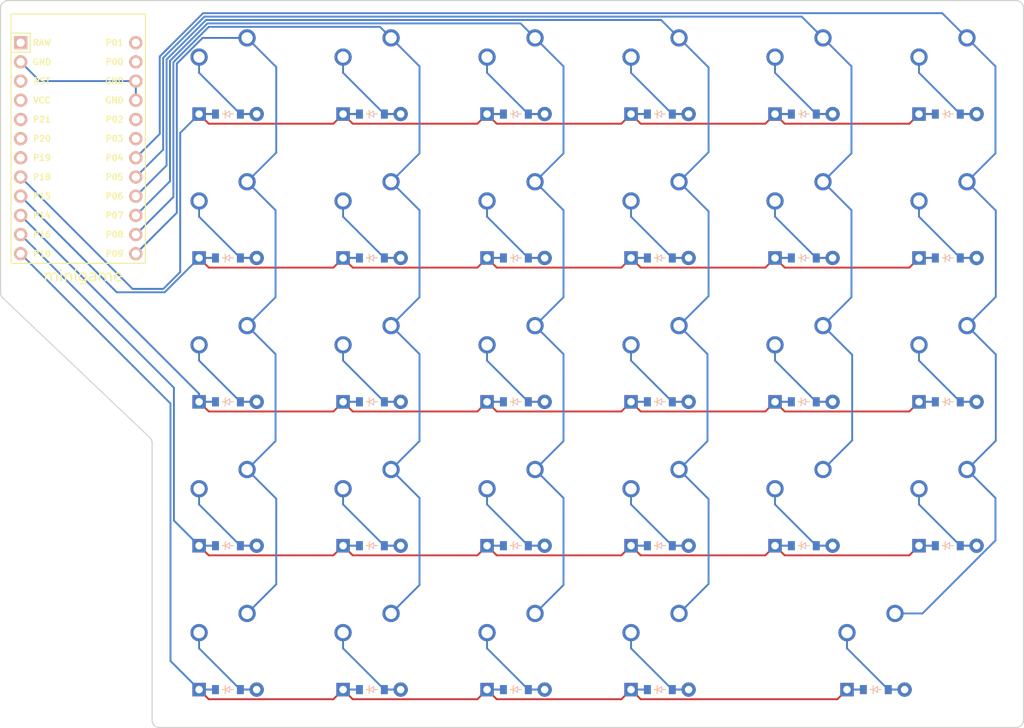
<source format=kicad_pcb>
(kicad_pcb (version 20241229) (generator "pcbnew") (generator_version "9.0")
  (title_block (title "keyboard") (rev "v1.0.0") (company "Unknown"))
  (layers (0 "F.Cu" signal) (2 "B.Cu" signal) (13 "F.Paste" user) (15 "B.Paste" user) (5 "F.SilkS" user "F.Silkscreen") (7 "B.SilkS" user "B.Silkscreen") (1 "F.Mask" user) (3 "B.Mask" user) (25 "Edge.Cuts" user))
  (net 0 "")
  (net 1 "P9")
  (net 2 "outer_mod")
  (net 3 "outer_bottom")
  (net 4 "outer_home")
  (net 5 "outer_top")
  (net 6 "outer_num")
  (net 7 "P8")
  (net 8 "pinky_mod")
  (net 9 "pinky_bottom")
  (net 10 "pinky_home")
  (net 11 "pinky_top")
  (net 12 "pinky_num")
  (net 13 "P7")
  (net 14 "ring_mod")
  (net 15 "ring_bottom")
  (net 16 "ring_home")
  (net 17 "ring_top")
  (net 18 "ring_num")
  (net 19 "P6")
  (net 20 "middle_mod")
  (net 21 "middle_bottom")
  (net 22 "middle_home")
  (net 23 "middle_top")
  (net 24 "middle_num")
  (net 25 "P5")
  (net 26 "index_bottom")
  (net 27 "index_home")
  (net 28 "index_top")
  (net 29 "index_num")
  (net 30 "P4")
  (net 31 "inner_mod")
  (net 32 "inner_bottom")
  (net 33 "inner_home")
  (net 34 "inner_top")
  (net 35 "inner_num")
  (net 36 "P10")
  (net 37 "P16")
  (net 38 "P14")
  (net 39 "P15")
  (net 40 "P18")
  (net 41 "RAW")
  (net 42 "GND")
  (net 43 "RST")
  (net 44 "VCC")
  (net 45 "P21")
  (net 46 "P20")
  (net 47 "P19")
  (net 48 "P1")
  (net 49 "P0")
  (net 50 "P2")
  (net 51 "P3")
  (footprint "ComboDiode" (layer "F.Cu") (at 245.25 78.8)
    (property "Reference" "D29" (hide yes))
    (property "Value" "" (hide yes))
  )
  (footprint "ComboDiode" (layer "F.Cu") (at 245.25 135.95)
    (property "Reference" "D26" (hide yes))
    (property "Value" "" (hide yes))
  )
  (footprint "MX" (layer "F.Cu") (at 150 111.9)
    (property "Reference" "S3" (hide yes))
    (property "Value" "" (hide yes))
  )
  (footprint "MX" (layer "F.Cu") (at 235.725 150)
    (property "Reference" "S25" (hide yes))
    (property "Value" "" (hide yes))
  )
  (footprint "MX" (layer "F.Cu") (at 150 92.85)
    (property "Reference" "S4" (hide yes))
    (property "Value" "" (hide yes))
  )
  (footprint "MX" (layer "F.Cu") (at 207.15 73.8)
    (property "Reference" "S20" (hide yes))
    (property "Value" "" (hide yes))
  )
  (footprint "MX" (layer "F.Cu") (at 207.15 150)
    (property "Reference" "S16" (hide yes))
    (property "Value" "" (hide yes))
  )
  (footprint "ComboDiode" (layer "F.Cu") (at 207.15 155)
    (property "Reference" "D16" (hide yes))
    (property "Value" "" (hide yes))
  )
  (footprint "MX" (layer "F.Cu") (at 226.2 111.9)
    (property "Reference" "S22" (hide yes))
    (property "Value" "" (hide yes))
  )
  (footprint "ComboDiode" (layer "F.Cu") (at 188.1 155)
    (property "Reference" "D11" (hide yes))
    (property "Value" "" (hide yes))
  )
  (footprint "ComboDiode" (layer "F.Cu") (at 150 135.95)
    (property "Reference" "D2" (hide yes))
    (property "Value" "" (hide yes))
  )
  (footprint "ComboDiode" (layer "F.Cu") (at 169.05 135.95)
    (property "Reference" "D7" (hide yes))
    (property "Value" "" (hide yes))
  )
  (footprint "MX" (layer "F.Cu") (at 226.2 73.8)
    (property "Reference" "S24" (hide yes))
    (property "Value" "" (hide yes))
  )
  (footprint "MX" (layer "F.Cu") (at 207.15 111.9)
    (property "Reference" "S18" (hide yes))
    (property "Value" "" (hide yes))
  )
  (footprint "ComboDiode" (layer "F.Cu") (at 207.15 116.9)
    (property "Reference" "D18" (hide yes))
    (property "Value" "" (hide yes))
  )
  (footprint "MX" (layer "F.Cu") (at 169.05 73.8)
    (property "Reference" "S10" (hide yes))
    (property "Value" "" (hide yes))
  )
  (footprint "MX" (layer "F.Cu") (at 169.05 130.95)
    (property "Reference" "S7" (hide yes))
    (property "Value" "" (hide yes))
  )
  (footprint "ComboDiode" (layer "F.Cu") (at 226.2 135.95)
    (property "Reference" "D21" (hide yes))
    (property "Value" "" (hide yes))
  )
  (footprint "ComboDiode" (layer "F.Cu") (at 150 78.8)
    (property "Reference" "D5" (hide yes))
    (property "Value" "" (hide yes))
  )
  (footprint "ComboDiode" (layer "F.Cu") (at 169.05 78.8)
    (property "Reference" "D10" (hide yes))
    (property "Value" "" (hide yes))
  )
  (footprint "MX" (layer "F.Cu") (at 150 130.95)
    (property "Reference" "S2" (hide yes))
    (property "Value" "" (hide yes))
  )
  (footprint "ComboDiode" (layer "F.Cu") (at 245.25 116.9)
    (property "Reference" "D27" (hide yes))
    (property "Value" "" (hide yes))
  )
  (footprint "MX" (layer "F.Cu") (at 188.1 111.9)
    (property "Reference" "S13" (hide yes))
    (property "Value" "" (hide yes))
  )
  (footprint "MX" (layer "F.Cu") (at 207.15 130.95)
    (property "Reference" "S17" (hide yes))
    (property "Value" "" (hide yes))
  )
  (footprint "ComboDiode" (layer "F.Cu") (at 188.1 116.9)
    (property "Reference" "D13" (hide yes))
    (property "Value" "" (hide yes))
  )
  (footprint "MX" (layer "F.Cu") (at 150 150)
    (property "Reference" "S1" (hide yes))
    (property "Value" "" (hide yes))
  )
  (footprint "MX" (layer "F.Cu") (at 150 73.8)
    (property "Reference" "S5" (hide yes))
    (property "Value" "" (hide yes))
  )
  (footprint "MX" (layer "F.Cu") (at 245.25 111.9)
    (property "Reference" "S27" (hide yes))
    (property "Value" "" (hide yes))
  )
  (footprint "ComboDiode" (layer "F.Cu") (at 207.15 135.95)
    (property "Reference" "D17" (hide yes))
    (property "Value" "" (hide yes))
  )
  (footprint "MX" (layer "F.Cu") (at 226.2 92.85)
    (property "Reference" "S23" (hide yes))
    (property "Value" "" (hide yes))
  )
  (footprint "MX" (layer "F.Cu") (at 245.25 92.85)
    (property "Reference" "S28" (hide yes))
    (property "Value" "" (hide yes))
  )
  (footprint "MX" (layer "F.Cu") (at 169.05 92.85)
    (property "Reference" "S9" (hide yes))
    (property "Value" "" (hide yes))
  )
  (footprint "MX" (layer "F.Cu") (at 169.05 111.9)
    (property "Reference" "S8" (hide yes))
    (property "Value" "" (hide yes))
  )
  (footprint "ComboDiode" (layer "F.Cu") (at 207.15 78.8)
    (property "Reference" "D20" (hide yes))
    (property "Value" "" (hide yes))
  )
  (footprint "MX" (layer "F.Cu") (at 245.25 73.8)
    (property "Reference" "S29" (hide yes))
    (property "Value" "" (hide yes))
  )
  (footprint "ComboDiode" (layer "F.Cu") (at 169.05 155)
    (property "Reference" "D6" (hide yes))
    (property "Value" "" (hide yes))
  )
  (footprint "ProMicro" (layer "F.Cu") (at 130.2 83.325 -90)
    (property "Reference" "MCU1" (hide yes))
    (property "Value" "" (hide yes))
  )
  (footprint "MX" (layer "F.Cu") (at 188.1 150)
    (property "Reference" "S11" (hide yes))
    (property "Value" "" (hide yes))
  )
  (footprint "ComboDiode" (layer "F.Cu") (at 150 97.85)
    (property "Reference" "D4" (hide yes))
    (property "Value" "" (hide yes))
  )
  (footprint "ComboDiode" (layer "F.Cu") (at 188.1 97.85)
    (property "Reference" "D14" (hide yes))
    (property "Value" "" (hide yes))
  )
  (footprint "ComboDiode" (layer "F.Cu") (at 245.25 97.85)
    (property "Reference" "D28" (hide yes))
    (property "Value" "" (hide yes))
  )
  (footprint "ComboDiode" (layer "F.Cu") (at 207.15 97.85)
    (property "Reference" "D19" (hide yes))
    (property "Value" "" (hide yes))
  )
  (footprint "ComboDiode" (layer "F.Cu") (at 188.1 135.95)
    (property "Reference" "D12" (hide yes))
    (property "Value" "" (hide yes))
  )
  (footprint "ComboDiode" (layer "F.Cu") (at 169.05 97.85)
    (property "Reference" "D9" (hide yes))
    (property "Value" "" (hide yes))
  )
  (footprint "ComboDiode" (layer "F.Cu") (at 150 116.9)
    (property "Reference" "D3" (hide yes))
    (property "Value" "" (hide yes))
  )
  (footprint "MX" (layer "F.Cu") (at 169.05 150)
    (property "Reference" "S6" (hide yes))
    (property "Value" "" (hide yes))
  )
  (footprint "MX" (layer "F.Cu") (at 188.1 130.95)
    (property "Reference" "S12" (hide yes))
    (property "Value" "" (hide yes))
  )
  (footprint "ComboDiode" (layer "F.Cu") (at 226.2 116.9)
    (property "Reference" "D22" (hide yes))
    (property "Value" "" (hide yes))
  )
  (footprint "ComboDiode" (layer "F.Cu") (at 169.05 116.9)
    (property "Reference" "D8" (hide yes))
    (property "Value" "" (hide yes))
  )
  (footprint "ComboDiode" (layer "F.Cu") (at 226.2 97.85)
    (property "Reference" "D23" (hide yes))
    (property "Value" "" (hide yes))
  )
  (footprint "MX" (layer "F.Cu") (at 188.1 73.8)
    (property "Reference" "S15" (hide yes))
    (property "Value" "" (hide yes))
  )
  (footprint "MX" (layer "F.Cu") (at 188.1 92.85)
    (property "Reference" "S14" (hide yes))
    (property "Value" "" (hide yes))
  )
  (footprint "MX" (layer "F.Cu") (at 226.2 130.95)
    (property "Reference" "S21" (hide yes))
    (property "Value" "" (hide yes))
  )
  (footprint "ComboDiode" (layer "F.Cu") (at 188.1 78.8)
    (property "Reference" "D15" (hide yes))
    (property "Value" "" (hide yes))
  )
  (footprint "ComboDiode" (layer "F.Cu") (at 150 155)
    (property "Reference" "D1" (hide yes))
    (property "Value" "" (hide yes))
  )
  (footprint "MX" (layer "F.Cu") (at 245.25 130.95)
    (property "Reference" "S26" (hide yes))
    (property "Value" "" (hide yes))
  )
  (footprint "ComboDiode" (layer "F.Cu") (at 226.2 78.8)
    (property "Reference" "D24" (hide yes))
    (property "Value" "" (hide yes))
  )
  (footprint "MX" (layer "F.Cu") (at 207.15 92.85)
    (property "Reference" "S19" (hide yes))
    (property "Value" "" (hide yes))
  )
  (footprint "ComboDiode" (layer "F.Cu") (at 235.725 155)
    (property "Reference" "D25" (hide yes))
    (property "Value" "" (hide yes))
  )
  (gr_line (start 255.275 159.025) (end 255.275 64.775) (stroke (width 0.15)) (layer "Edge.Cuts"))
  (gr_line (start 140.975 160.025) (end 254.275 160.025) (stroke (width 0.15)) (layer "Edge.Cuts"))
  (gr_arc (start 119.925 64.775) (mid 120.217893 64.067893) (end 120.925 63.775) (stroke (width 0.15)) (layer "Edge.Cuts"))
  (gr_line (start 139.975 159.025) (end 139.975 122.354273) (stroke (width 0.15)) (layer "Edge.Cuts"))
  (gr_arc (start 139.663797 121.629319) (mid 139.893911 121.95981) (end 139.975 122.354273) (stroke (width 0.15)) (layer "Edge.Cuts"))
  (gr_line (start 119.925 64.775) (end 119.925 102.445727) (stroke (width 0.15)) (layer "Edge.Cuts"))
  (gr_arc (start 140.975 160.025) (mid 140.267893 159.732107) (end 139.975 159.025) (stroke (width 0.15)) (layer "Edge.Cuts"))
  (gr_arc (start 255.275 159.025) (mid 254.982107 159.732107) (end 254.275 160.025) (stroke (width 0.15)) (layer "Edge.Cuts"))
  (gr_line (start 120.236203 103.170682) (end 139.663797 121.629318) (stroke (width 0.15)) (layer "Edge.Cuts"))
  (gr_line (start 120.925 63.775) (end 254.275 63.775) (stroke (width 0.15)) (layer "Edge.Cuts"))
  (gr_arc (start 120.236203 103.170681) (mid 120.006089 102.84019) (end 119.925 102.445727) (stroke (width 0.15)) (layer "Edge.Cuts"))
  (gr_arc (start 254.275 63.775) (mid 254.982107 64.067893) (end 255.275 64.775) (stroke (width 0.15)) (layer "Edge.Cuts"))
  (gr_text "minigame" (at 125.6 101.2 0) (layer "F.SilkS") (effects (font (size 1.5 1.5) (thickness 0.1875)) (justify left bottom)))
  (segment (start 156.4 72.58) (end 156.4 83.91) (width 0.25) (layer "B.Cu") (net 1))
  (segment (start 143.2421 72.13042) (end 143.2421 91.8729) (width 0.25) (layer "B.Cu") (net 1))
  (segment (start 143.2421 91.8729) (end 137.82 97.295) (width 0.25) (layer "B.Cu") (net 1))
  (segment (start 156.4 83.91) (end 152.54 87.77) (width 0.25) (layer "B.Cu") (net 1))
  (segment (start 156.3069 91.5369) (end 156.3069 103.0531) (width 0.25) (layer "B.Cu") (net 1))
  (segment (start 152.54 106.82) (end 156.3069 110.5869) (width 0.25) (layer "B.Cu") (net 1))
  (segment (start 152.54 68.72) (end 156.4 72.58) (width 0.25) (layer "B.Cu") (net 1))
  (segment (start 146.65252 68.72) (end 143.2421 72.13042) (width 0.25) (layer "B.Cu") (net 1))
  (segment (start 152.54 68.72) (end 146.65252 68.72) (width 0.25) (layer "B.Cu") (net 1))
  (segment (start 156.3069 110.5869) (end 156.3069 122.1031) (width 0.25) (layer "B.Cu") (net 1))
  (segment (start 152.54 87.77) (end 156.3069 91.5369) (width 0.25) (layer "B.Cu") (net 1))
  (segment (start 156.3069 103.0531) (end 152.54 106.82) (width 0.25) (layer "B.Cu") (net 1))
  (segment (start 156.3069 122.1031) (end 152.54 125.87) (width 0.25) (layer "B.Cu") (net 1))
  (segment (start 156.4 141.06) (end 156.4 129.73) (width 0.25) (layer "B.Cu") (net 1))
  (segment (start 152.54 144.92) (end 156.4 141.06) (width 0.25) (layer "B.Cu") (net 1))
  (segment (start 156.4 129.73) (end 152.54 125.87) (width 0.25) (layer "B.Cu") (net 1))
  (segment (start 153.81 155) (end 151.65 155) (width 0.25) (layer "F.Cu") (net 2))
  (segment (start 146.19 149.54) (end 146.19 147.46) (width 0.25) (layer "B.Cu") (net 2))
  (segment (start 153.81 155) (end 151.65 155) (width 0.25) (layer "B.Cu") (net 2))
  (segment (start 151.65 155) (end 146.19 149.54) (width 0.25) (layer "B.Cu") (net 2))
  (segment (start 153.81 135.95) (end 151.65 135.95) (width 0.25) (layer "F.Cu") (net 3))
  (segment (start 153.81 135.95) (end 151.65 135.95) (width 0.25) (layer "B.Cu") (net 3))
  (segment (start 151.65 135.95) (end 146.19 130.49) (width 0.25) (layer "B.Cu") (net 3))
  (segment (start 146.19 130.49) (end 146.19 128.41) (width 0.25) (layer "B.Cu") (net 3))
  (segment (start 153.81 116.9) (end 151.65 116.9) (width 0.25) (layer "F.Cu") (net 4))
  (segment (start 151.65 116.9) (end 153.81 116.9) (width 0.25) (layer "B.Cu") (net 4))
  (segment (start 151.65 116.9) (end 146.19 111.44) (width 0.25) (layer "B.Cu") (net 4))
  (segment (start 146.19 111.44) (end 146.19 109.36) (width 0.25) (layer "B.Cu") (net 4))
  (segment (start 151.65 97.85) (end 153.81 97.85) (width 0.25) (layer "F.Cu") (net 5))
  (segment (start 151.65 97.85) (end 151.648455 97.85) (width 0.25) (layer "B.Cu") (net 5))
  (segment (start 153.81 97.85) (end 151.65 97.85) (width 0.25) (layer "B.Cu") (net 5))
  (segment (start 146.19 92.391545) (end 146.19 90.31) (width 0.25) (layer "B.Cu") (net 5))
  (segment (start 151.648455 97.85) (end 146.19 92.391545) (width 0.25) (layer "B.Cu") (net 5))
  (segment (start 151.65 78.8) (end 153.81 78.8) (width 0.25) (layer "F.Cu") (net 6))
  (segment (start 151.65 78.8) (end 146.19 73.34) (width 0.25) (layer "B.Cu") (net 6))
  (segment (start 146.19 73.34) (end 146.19 71.26) (width 0.25) (layer "B.Cu") (net 6))
  (segment (start 153.81 78.8) (end 151.65 78.8) (width 0.25) (layer "B.Cu") (net 6))
  (segment (start 171.59 68.72) (end 170.121 67.251) (width 0.25) (layer "B.Cu") (net 7))
  (segment (start 175.3569 84.0031) (end 175.3569 72.4869) (width 0.25) (layer "B.Cu") (net 7))
  (segment (start 175.3569 91.5369) (end 171.59 87.77) (width 0.25) (layer "B.Cu") (net 7))
  (segment (start 175.3569 72.4869) (end 171.59 68.72) (width 0.25) (layer "B.Cu") (net 7))
  (segment (start 175.3569 122.1031) (end 175.3569 110.5869) (width 0.25) (layer "B.Cu") (net 7))
  (segment (start 171.59 144.92) (end 175.3569 141.1531) (width 0.25) (layer "B.Cu") (net 7))
  (segment (start 170.121 67.251) (end 147.48371 67.251) (width 0.25) (layer "B.Cu") (net 7))
  (segment (start 175.3569 103.0531) (end 175.3569 91.5369) (width 0.25) (layer "B.Cu") (net 7))
  (segment (start 142.7911 71.94361) (end 142.7911 89.7839) (width 0.25) (layer "B.Cu") (net 7))
  (segment (start 175.3569 129.6369) (end 171.59 125.87) (width 0.25) (layer "B.Cu") (net 7))
  (segment (start 175.3569 141.1531) (end 175.3569 129.6369) (width 0.25) (layer "B.Cu") (net 7))
  (segment (start 171.59 125.87) (end 175.3569 122.1031) (width 0.25) (layer "B.Cu") (net 7))
  (segment (start 142.7911 89.7839) (end 137.82 94.755) (width 0.25) (layer "B.Cu") (net 7))
  (segment (start 171.59 106.82) (end 175.3569 103.0531) (width 0.25) (layer "B.Cu") (net 7))
  (segment (start 171.59 87.77) (end 175.3569 84.0031) (width 0.25) (layer "B.Cu") (net 7))
  (segment (start 175.3569 110.5869) (end 171.59 106.82) (width 0.25) (layer "B.Cu") (net 7))
  (segment (start 147.48371 67.251) (end 142.7911 71.94361) (width 0.25) (layer "B.Cu") (net 7))
  (segment (start 172.86 155) (end 170.7 155) (width 0.25) (layer "F.Cu") (net 8))
  (segment (start 170.7 155) (end 165.24 149.54) (width 0.25) (layer "B.Cu") (net 8))
  (segment (start 165.24 149.54) (end 165.24 147.46) (width 0.25) (layer "B.Cu") (net 8))
  (segment (start 170.7 155) (end 172.86 155) (width 0.25) (layer "B.Cu") (net 8))
  (segment (start 170.7 135.95) (end 172.86 135.95) (width 0.25) (layer "F.Cu") (net 9))
  (segment (start 172.86 135.95) (end 170.7 135.95) (width 0.25) (layer "B.Cu") (net 9))
  (segment (start 170.7 135.95) (end 165.24 130.49) (width 0.25) (layer "B.Cu") (net 9))
  (segment (start 165.24 130.49) (end 165.24 128.41) (width 0.25) (layer "B.Cu") (net 9))
  (segment (start 172.86 116.9) (end 170.7 116.9) (width 0.25) (layer "F.Cu") (net 10))
  (segment (start 170.7 116.9) (end 172.86 116.9) (width 0.25) (layer "B.Cu") (net 10))
  (segment (start 165.24 111.44) (end 165.24 109.36) (width 0.25) (layer "B.Cu") (net 10))
  (segment (start 170.7 116.9) (end 165.24 111.44) (width 0.25) (layer "B.Cu") (net 10))
  (segment (start 170.7 97.85) (end 172.86 97.85) (width 0.25) (layer "F.Cu") (net 11))
  (segment (start 165.24 92.39) (end 165.24 90.31) (width 0.25) (layer "B.Cu") (net 11))
  (segment (start 172.86 97.85) (end 170.7 97.85) (width 0.25) (layer "B.Cu") (net 11))
  (segment (start 170.7 97.85) (end 165.24 92.39) (width 0.25) (layer "B.Cu") (net 11))
  (segment (start 170.7 78.8) (end 172.86 78.8) (width 0.25) (layer "F.Cu") (net 12))
  (segment (start 170.7 78.8) (end 172.86 78.8) (width 0.25) (layer "B.Cu") (net 12))
  (segment (start 165.24 73.34) (end 165.24 71.26) (width 0.25) (layer "B.Cu") (net 12))
  (segment (start 170.7 78.8) (end 165.24 73.34) (width 0.25) (layer "B.Cu") (net 12))
  (segment (start 194.4069 122.1031) (end 194.4069 110.5869) (width 0.25) (layer "B.Cu") (net 13))
  (segment (start 190.64 125.87) (end 194.4069 122.1031) (width 0.25) (layer "B.Cu") (net 13))
  (segment (start 194.4069 141.1531) (end 194.4069 129.6369) (width 0.25) (layer "B.Cu") (net 13))
  (segment (start 142.3401 71.7568) (end 142.8 71.2969) (width 0.25) (layer "B.Cu") (net 13))
  (segment (start 137.82 92.215) (end 142.3401 87.6949) (width 0.25) (layer "B.Cu") (net 13))
  (segment (start 190.64 106.82) (end 194.4069 103.0531) (width 0.25) (layer "B.Cu") (net 13))
  (segment (start 190.64 68.72) (end 188.72 66.8) (width 0.25) (layer "B.Cu") (net 13))
  (segment (start 194.4069 129.6369) (end 190.64 125.87) (width 0.25) (layer "B.Cu") (net 13))
  (segment (start 190.64 144.92) (end 194.4069 141.1531) (width 0.25) (layer "B.Cu") (net 13))
  (segment (start 142.3401 87.6949) (end 142.3401 71.7568) (width 0.25) (layer "B.Cu") (net 13))
  (segment (start 194.4069 91.5369) (end 190.64 87.77) (width 0.25) (layer "B.Cu") (net 13))
  (segment (start 188.72 66.8) (end 147.2969 66.8) (width 0.25) (layer "B.Cu") (net 13))
  (segment (start 194.4069 110.5869) (end 190.64 106.82) (width 0.25) (layer "B.Cu") (net 13))
  (segment (start 194.4069 84.0031) (end 194.4069 72.4869) (width 0.25) (layer "B.Cu") (net 13))
  (segment (start 147.2969 66.8) (end 142.7911 71.3058) (width 0.25) (layer "B.Cu") (net 13))
  (segment (start 194.4069 72.4869) (end 190.64 68.72) (width 0.25) (layer "B.Cu") (net 13))
  (segment (start 194.4069 103.0531) (end 194.4069 91.5369) (width 0.25) (layer "B.Cu") (net 13))
  (segment (start 190.64 87.77) (end 194.4069 84.0031) (width 0.25) (layer "B.Cu") (net 13))
  (segment (start 191.91 155) (end 189.75 155) (width 0.25) (layer "F.Cu") (net 14))
  (segment (start 189.75 155) (end 184.29 149.54) (width 0.25) (layer "B.Cu") (net 14))
  (segment (start 184.29 149.54) (end 184.29 147.46) (width 0.25) (layer "B.Cu") (net 14))
  (segment (start 189.75 155) (end 191.91 155) (width 0.25) (layer "B.Cu") (net 14))
  (segment (start 191.91 135.95) (end 189.75 135.95) (width 0.25) (layer "F.Cu") (net 15))
  (segment (start 184.29 130.49) (end 184.29 128.41) (width 0.25) (layer "B.Cu") (net 15))
  (segment (start 191.91 135.95) (end 189.75 135.95) (width 0.25) (layer "B.Cu") (net 15))
  (segment (start 189.75 135.95) (end 184.29 130.49) (width 0.25) (layer "B.Cu") (net 15))
  (segment (start 191.91 116.9) (end 189.75 116.9) (width 0.25) (layer "F.Cu") (net 16))
  (segment (start 189.75 116.9) (end 184.29 111.44) (width 0.25) (layer "B.Cu") (net 16))
  (segment (start 184.29 111.44) (end 184.29 109.36) (width 0.25) (layer "B.Cu") (net 16))
  (segment (start 189.75 116.9) (end 191.91 116.9) (width 0.25) (layer "B.Cu") (net 16))
  (segment (start 189.75 97.85) (end 191.91 97.85) (width 0.25) (layer "F.Cu") (net 17))
  (segment (start 189.75 97.85) (end 189.748455 97.85) (width 0.25) (layer "B.Cu") (net 17))
  (segment (start 191.91 97.85) (end 189.75 97.85) (width 0.25) (layer "B.Cu") (net 17))
  (segment (start 189.748455 97.85) (end 184.29 92.391545) (width 0.25) (layer "B.Cu") (net 17))
  (segment (start 184.29 92.391545) (end 184.29 90.31) (width 0.25) (layer "B.Cu") (net 17))
  (segment (start 189.75 78.8) (end 191.91 78.8) (width 0.25) (layer "F.Cu") (net 18))
  (segment (start 189.75 78.8) (end 184.29 73.34) (width 0.25) (layer "B.Cu") (net 18))
  (segment (start 184.29 73.34) (end 184.29 71.26) (width 0.25) (layer "B.Cu") (net 18))
  (segment (start 189.75 78.8) (end 191.91 78.8) (width 0.25) (layer "B.Cu") (net 18))
  (segment (start 209.69 68.72) (end 213.6 72.63) (width 0.25) (layer "B.Cu") (net 19))
  (segment (start 213.6 91.68) (end 213.6 102.91) (width 0.25) (layer "B.Cu") (net 19))
  (segment (start 147.11009 66.349) (end 207.319 66.349) (width 0.25) (layer "B.Cu") (net 19))
  (segment (start 209.69 125.87) (end 213.6 129.78) (width 0.25) (layer "B.Cu") (net 19))
  (segment (start 213.6 83.86) (end 209.69 87.77) (width 0.25) (layer "B.Cu") (net 19))
  (segment (start 213.4569 110.5869) (end 213.4569 122.1031) (width 0.25) (layer "B.Cu") (net 19))
  (segment (start 207.319 66.349) (end 209.69 68.72) (width 0.25) (layer "B.Cu") (net 19))
  (segment (start 141.8891 85.6059) (end 141.8891 71.56999) (width 0.25) (layer "B.Cu") (net 19))
  (segment (start 213.6 129.78) (end 213.6 141.01) (width 0.25) (layer "B.Cu") (net 19))
  (segment (start 213.6 72.63) (end 213.6 83.86) (width 0.25) (layer "B.Cu") (net 19))
  (segment (start 209.69 87.77) (end 213.6 91.68) (width 0.25) (layer "B.Cu") (net 19))
  (segment (start 137.82 89.675) (end 141.8891 85.6059) (width 0.25) (layer "B.Cu") (net 19))
  (segment (start 141.8891 71.56999) (end 147.11009 66.349) (width 0.25) (layer "B.Cu") (net 19))
  (segment (start 213.6 102.91) (end 209.69 106.82) (width 0.25) (layer "B.Cu") (net 19))
  (segment (start 213.6 141.01) (end 209.69 144.92) (width 0.25) (layer "B.Cu") (net 19))
  (segment (start 213.4569 122.1031) (end 209.69 125.87) (width 0.25) (layer "B.Cu") (net 19))
  (segment (start 209.69 106.82) (end 213.4569 110.5869) (width 0.25) (layer "B.Cu") (net 19))
  (segment (start 210.96 155) (end 208.8 155) (width 0.25) (layer "F.Cu") (net 20))
  (segment (start 203.34 149.54) (end 203.34 147.46) (width 0.25) (layer "B.Cu") (net 20))
  (segment (start 208.8 155) (end 203.34 149.54) (width 0.25) (layer "B.Cu") (net 20))
  (segment (start 208.8 155) (end 210.96 155) (width 0.25) (layer "B.Cu") (net 20))
  (segment (start 208.8 135.95) (end 210.96 135.95) (width 0.25) (layer "F.Cu") (net 21))
  (segment (start 210.96 135.95) (end 208.8 135.95) (width 0.25) (layer "B.Cu") (net 21))
  (segment (start 208.8 135.95) (end 203.34 130.49) (width 0.25) (layer "B.Cu") (net 21))
  (segment (start 203.34 130.49) (end 203.34 128.41) (width 0.25) (layer "B.Cu") (net 21))
  (segment (start 210.96 116.9) (end 208.8 116.9) (width 0.25) (layer "F.Cu") (net 22))
  (segment (start 203.34 111.44) (end 203.34 109.36) (width 0.25) (layer "B.Cu") (net 22))
  (segment (start 208.8 116.9) (end 203.34 111.44) (width 0.25) (layer "B.Cu") (net 22))
  (segment (start 208.8 116.9) (end 210.96 116.9) (width 0.25) (layer "B.Cu") (net 22))
  (segment (start 208.8 97.85) (end 210.96 97.85) (width 0.25) (layer "F.Cu") (net 23))
  (segment (start 210.96 97.85) (end 208.8 97.85) (width 0.25) (layer "B.Cu") (net 23))
  (segment (start 208.8 97.85) (end 203.34 92.39) (width 0.25) (layer "B.Cu") (net 23))
  (segment (start 203.34 92.39) (end 203.34 90.31) (width 0.25) (layer "B.Cu") (net 23))
  (segment (start 208.8 78.8) (end 210.96 78.8) (width 0.25) (layer "F.Cu") (net 24))
  (segment (start 203.34 73.34) (end 203.34 71.26) (width 0.25) (layer "B.Cu") (net 24))
  (segment (start 208.8 78.8) (end 203.34 73.34) (width 0.25) (layer "B.Cu") (net 24))
  (segment (start 208.8 78.8) (end 210.96 78.8) (width 0.25) (layer "B.Cu") (net 24))
  (segment (start 228.74 125.87) (end 232.6 122.01) (width 0.25) (layer "B.Cu") (net 25))
  (segment (start 232.6 110.68) (end 228.74 106.82) (width 0.25) (layer "B.Cu") (net 25))
  (segment (start 228.74 106.82) (end 232.5069 103.0531) (width 0.25) (layer "B.Cu") (net 25))
  (segment (start 232.5069 84.0031) (end 232.5069 72.4869) (width 0.25) (layer "B.Cu") (net 25))
  (segment (start 225.918 65.898) (end 228.74 68.72) (width 0.25) (layer "B.Cu") (net 25))
  (segment (start 232.6 122.01) (end 232.6 110.68) (width 0.25) (layer "B.Cu") (net 25))
  (segment (start 141.4381 83.5169) (end 141.4381 71.3619) (width 0.25) (layer "B.Cu") (net 25))
  (segment (start 232.5069 72.4869) (end 228.74 68.72) (width 0.25) (layer "B.Cu") (net 25))
  (segment (start 232.5069 91.5369) (end 228.74 87.77) (width 0.25) (layer "B.Cu") (net 25))
  (segment (start 228.74 87.77) (end 232.5069 84.0031) (width 0.25) (layer "B.Cu") (net 25))
  (segment (start 141.4381 71.3619) (end 146.902 65.898) (width 0.25) (layer "B.Cu") (net 25))
  (segment (start 232.5069 103.0531) (end 232.5069 91.5369) (width 0.25) (layer "B.Cu") (net 25))
  (segment (start 146.902 65.898) (end 225.918 65.898) (width 0.25) (layer "B.Cu") (net 25))
  (segment (start 137.82 87.135) (end 141.4381 83.5169) (width 0.25) (layer "B.Cu") (net 25))
  (segment (start 227.85 135.95) (end 230.01 135.95) (width 0.25) (layer "F.Cu") (net 26))
  (segment (start 227.85 135.95) (end 222.39 130.49) (width 0.25) (layer "B.Cu") (net 26))
  (segment (start 230.01 135.95) (end 227.85 135.95) (width 0.25) (layer "B.Cu") (net 26))
  (segment (start 222.39 130.49) (end 222.39 128.41) (width 0.25) (layer "B.Cu") (net 26))
  (segment (start 230.01 116.9) (end 227.85 116.9) (width 0.25) (layer "F.Cu") (net 27))
  (segment (start 227.85 116.9) (end 222.39 111.44) (width 0.25) (layer "B.Cu") (net 27))
  (segment (start 222.39 111.44) (end 222.39 109.36) (width 0.25) (layer "B.Cu") (net 27))
  (segment (start 227.85 116.9) (end 230.01 116.9) (width 0.25) (layer "B.Cu") (net 27))
  (segment (start 227.85 97.85) (end 230.01 97.85) (width 0.25) (layer "F.Cu") (net 28))
  (segment (start 222.39 92.39) (end 222.39 90.31) (width 0.25) (layer "B.Cu") (net 28))
  (segment (start 227.85 97.85) (end 222.39 92.39) (width 0.25) (layer "B.Cu") (net 28))
  (segment (start 230.01 97.85) (end 227.85 97.85) (width 0.25) (layer "B.Cu") (net 28))
  (segment (start 227.85 78.8) (end 230.01 78.8) (width 0.25) (layer "F.Cu") (net 29))
  (segment (start 222.39 73.34) (end 222.39 71.26) (width 0.25) (layer "B.Cu") (net 29))
  (segment (start 227.85 78.8) (end 230.01 78.8) (width 0.25) (layer "B.Cu") (net 29))
  (segment (start 227.85 78.8) (end 222.39 73.34) (width 0.25) (layer "B.Cu") (net 29))
  (segment (start 251.6 122.06) (end 251.6 110.63) (width 0.25) (layer "B.Cu") (net 30))
  (segment (start 247.79 68.72) (end 244.517 65.447) (width 0.25) (layer "B.Cu") (net 30))
  (segment (start 247.79 125.87) (end 251.6 122.06) (width 0.25) (layer "B.Cu") (net 30))
  (segment (start 247.79 125.87) (end 251.5569 129.6369) (width 0.25) (layer "B.Cu") (net 30))
  (segment (start 251.6 110.63) (end 247.79 106.82) (width 0.25) (layer "B.Cu") (net 30))
  (segment (start 247.79 106.82) (end 251.6 103.01) (width 0.25) (layer "B.Cu") (net 30))
  (segment (start 251.6 103.01) (end 251.6 91.58) (width 0.25) (layer "B.Cu") (net 30))
  (segment (start 146.71519 65.447) (end 141.4381 70.72409) (width 0.25) (layer "B.Cu") (net 30))
  (segment (start 140.9871 71.17509) (end 142.381095 69.781095) (width 0.25) (layer "B.Cu") (net 30))
  (segment (start 251.5569 129.6369) (end 251.5569 135.261173) (width 0.25) (layer "B.Cu") (net 30))
  (segment (start 244.517 65.447) (end 146.71519 65.447) (width 0.25) (layer "B.Cu") (net 30))
  (segment (start 251.6 91.58) (end 247.79 87.77) (width 0.25) (layer "B.Cu") (net 30))
  (segment (start 137.82 84.595) (end 140.9871 81.4279) (width 0.25) (layer "B.Cu") (net 30))
  (segment (start 251.5569 84.0031) (end 251.5569 72.4869) (width 0.25) (layer "B.Cu") (net 30))
  (segment (start 251.5569 72.4869) (end 247.79 68.72) (width 0.25) (layer "B.Cu") (net 30))
  (segment (start 140.9871 81.4279) (end 140.9871 71.17509) (width 0.25) (layer "B.Cu") (net 30))
  (segment (start 251.5569 135.261173) (end 241.898073 144.92) (width 0.25) (layer "B.Cu") (net 30))
  (segment (start 241.898073 144.92) (end 238.265 144.92) (width 0.25) (layer "B.Cu") (net 30))
  (segment (start 247.79 87.77) (end 251.5569 84.0031) (width 0.25) (layer "B.Cu") (net 30))
  (segment (start 239.535 155) (end 237.375 155) (width 0.25) (layer "F.Cu") (net 31))
  (segment (start 237.375 155) (end 239.535 155) (width 0.25) (layer "B.Cu") (net 31))
  (segment (start 231.915 149.54) (end 231.915 147.46) (width 0.25) (layer "B.Cu") (net 31))
  (segment (start 237.375 155) (end 231.915 149.54) (width 0.25) (layer "B.Cu") (net 31))
  (segment (start 246.9 135.95) (end 249.06 135.95) (width 0.25) (layer "F.Cu") (net 32))
  (segment (start 249.06 135.95) (end 246.9 135.95) (width 0.25) (layer "B.Cu") (net 32))
  (segment (start 246.9 135.95) (end 241.44 130.49) (width 0.25) (layer "B.Cu") (net 32))
  (segment (start 241.44 130.49) (end 241.44 128.41) (width 0.25) (layer "B.Cu") (net 32))
  (segment (start 249.06 116.9) (end 246.9 116.9) (width 0.25) (layer "F.Cu") (net 33))
  (segment (start 246.9 116.9) (end 241.44 111.44) (width 0.25) (layer "B.Cu") (net 33))
  (segment (start 246.9 116.9) (end 249.06 116.9) (width 0.25) (layer "B.Cu") (net 33))
  (segment (start 241.44 111.44) (end 241.44 109.36) (width 0.25) (layer "B.Cu") (net 33))
  (segment (start 246.9 97.85) (end 249.06 97.85) (width 0.25) (layer "F.Cu") (net 34))
  (segment (start 241.44 92.39) (end 241.44 90.31) (width 0.25) (layer "B.Cu") (net 34))
  (segment (start 246.9 97.85) (end 241.44 92.39) (width 0.25) (layer "B.Cu") (net 34))
  (segment (start 246.9 97.85) (end 249.06 97.85) (width 0.25) (layer "B.Cu") (net 34))
  (segment (start 249.06 78.8) (end 246.9 78.8) (width 0.25) (layer "F.Cu") (net 35))
  (segment (start 246.9 78.8) (end 241.44 73.34) (width 0.25) (layer "B.Cu") (net 35))
  (segment (start 246.9 78.8) (end 249.06 78.8) (width 0.25) (layer "B.Cu") (net 35))
  (segment (start 241.44 73.34) (end 241.44 71.26) (width 0.25) (layer "B.Cu") (net 35))
  (segment (start 147.4685 156.2785) (end 163.9615 156.2785) (width 0.25) (layer "F.Cu") (net 36))
  (segment (start 167.4 155) (end 165.24 155) (width 0.25) (layer "F.Cu") (net 36))
  (segment (start 186.45 155) (end 184.29 155) (width 0.25) (layer "F.Cu") (net 36))
  (segment (start 183.0115 156.2785) (end 184.29 155) (width 0.25) (layer "F.Cu") (net 36))
  (segment (start 205.5 155) (end 203.34 155) (width 0.25) (layer "F.Cu") (net 36))
  (segment (start 163.9615 156.2785) (end 165.24 155) (width 0.25) (layer "F.Cu") (net 36))
  (segment (start 166.5185 156.2785) (end 183.0115 156.2785) (width 0.25) (layer "F.Cu") (net 36))
  (segment (start 204.6185 156.2785) (end 230.6365 156.2785) (width 0.25) (layer "F.Cu") (net 36))
  (segment (start 185.5685 156.2785) (end 202.0615 156.2785) (width 0.25) (layer "F.Cu") (net 36))
  (segment (start 148.35 155) (end 146.19 155) (width 0.25) (layer "F.Cu") (net 36))
  (segment (start 203.34 155) (end 204.6185 156.2785) (width 0.25) (layer "F.Cu") (net 36))
  (segment (start 230.6365 156.2785) (end 231.915 155) (width 0.25) (layer "F.Cu") (net 36))
  (segment (start 184.29 155) (end 185.5685 156.2785) (width 0.25) (layer "F.Cu") (net 36))
  (segment (start 165.24 155) (end 166.5185 156.2785) (width 0.25) (layer "F.Cu") (net 36))
  (segment (start 234.075 155) (end 231.915 155) (width 0.25) (layer "F.Cu") (net 36))
  (segment (start 202.0615 156.2785) (end 203.34 155) (width 0.25) (layer "F.Cu") (net 36))
  (segment (start 146.19 155) (end 147.4685 156.2785) (width 0.25) (layer "F.Cu") (net 36))
  (segment (start 203.34 155) (end 205.5 155) (width 0.25) (layer "B.Cu") (net 36))
  (segment (start 148.35 155) (end 146.19 155) (width 0.25) (layer "B.Cu") (net 36))
  (segment (start 146.19 155) (end 142.407452 151.217452) (width 0.25) (layer "B.Cu") (net 36))
  (segment (start 142.407452 117.122452) (end 122.58 97.295) (width 0.25) (layer "B.Cu") (net 36))
  (segment (start 184.29 155) (end 186.45 155) (width 0.25) (layer "B.Cu") (net 36))
  (segment (start 165.24 155) (end 167.4 155) (width 0.25) (layer "B.Cu") (net 36))
  (segment (start 142.407452 151.217452) (end 142.407452 117.122452) (width 0.25) (layer "B.Cu") (net 36))
  (segment (start 231.915 155) (end 234.075 155) (width 0.25) (layer "B.Cu") (net 36))
  (segment (start 166.5185 137.2285) (end 165.24 135.95) (width 0.25) (layer "F.Cu") (net 37))
  (segment (start 185.5685 137.2285) (end 184.29 135.95) (width 0.25) (layer "F.Cu") (net 37))
  (segment (start 165.24 135.95) (end 163.9615 137.2285) (width 0.25) (layer "F.Cu") (net 37))
  (segment (start 241.44 135.95) (end 240.1615 137.2285) (width 0.25) (layer "F.Cu") (net 37))
  (segment (start 221.1115 137.2285) (end 204.6185 137.2285) (width 0.25) (layer "F.Cu") (net 37))
  (segment (start 222.39 135.95) (end 224.55 135.95) (width 0.25) (layer "F.Cu") (net 37))
  (segment (start 240.1615 137.2285) (end 223.6685 137.2285) (width 0.25) (layer "F.Cu") (net 37))
  (segment (start 204.6185 137.2285) (end 203.34 135.95) (width 0.25) (layer "F.Cu") (net 37))
  (segment (start 223.6685 137.2285) (end 222.39 135.95) (width 0.25) (layer "F.Cu") (net 37))
  (segment (start 203.34 135.95) (end 202.0615 137.2285) (width 0.25) (layer "F.Cu") (net 37))
  (segment (start 203.34 135.95) (end 205.5 135.95) (width 0.25) (layer "F.Cu") (net 37))
  (segment (start 184.29 135.95) (end 183.0115 137.2285) (width 0.25) (layer "F.Cu") (net 37))
  (segment (start 241.44 135.95) (end 243.6 135.95) (width 0.25) (layer "F.Cu") (net 37))
  (segment (start 202.0615 137.2285) (end 185.5685 137.2285) (width 0.25) (layer "F.Cu") (net 37))
  (segment (start 184.29 135.95) (end 186.45 135.95) (width 0.25) (layer "F.Cu") (net 37))
  (segment (start 148.35 135.95) (end 146.19 135.95) (width 0.25) (layer "F.Cu") (net 37))
  (segment (start 165.24 135.95) (end 167.4 135.95) (width 0.25) (layer "F.Cu") (net 37))
  (segment (start 222.39 135.95) (end 221.1115 137.2285) (width 0.25) (layer "F.Cu") (net 37))
  (segment (start 183.0115 137.2285) (end 166.5185 137.2285) (width 0.25) (layer "F.Cu") (net 37))
  (segment (start 163.9615 137.2285) (end 147.4685 137.2285) (width 0.25) (layer "F.Cu") (net 37))
  (segment (start 147.4685 137.2285) (end 146.19 135.95) (width 0.25) (layer "F.Cu") (net 37))
  (segment (start 224.55 135.95) (end 222.39 135.95) (width 0.25) (layer "B.Cu") (net 37))
  (segment (start 186.45 135.95) (end 184.29 135.95) (width 0.25) (layer "B.Cu") (net 37))
  (segment (start 146.19 135.95) (end 142.858452 132.618452) (width 0.25) (layer "B.Cu") (net 37))
  (segment (start 148.35 135.95) (end 146.19 135.95) (width 0.25) (layer "B.Cu") (net 37))
  (segment (start 167.4 135.95) (end 165.24 135.95) (width 0.25) (layer "B.Cu") (net 37))
  (segment (start 142.858452 132.618452) (end 142.858452 115.033452) (width 0.25) (layer "B.Cu") (net 37))
  (segment (start 205.5 135.95) (end 203.34 135.95) (width 0.25) (layer "B.Cu") (net 37))
  (segment (start 243.6 135.95) (end 241.44 135.95) (width 0.25) (layer "B.Cu") (net 37))
  (segment (start 142.858452 115.033452) (end 122.58 94.755) (width 0.25) (layer "B.Cu") (net 37))
  (segment (start 147.4685 118.1785) (end 163.9615 118.1785) (width 0.25) (layer "F.Cu") (net 38))
  (segment (start 163.9615 118.1785) (end 165.24 116.9) (width 0.25) (layer "F.Cu") (net 38))
  (segment (start 166.5185 118.1785) (end 183.0115 118.1785) (width 0.25) (layer "F.Cu") (net 38))
  (segment (start 146.19 116.9) (end 147.4685 118.1785) (width 0.25) (layer "F.Cu") (net 38))
  (segment (start 243.6 116.9) (end 241.44 116.9) (width 0.25) (layer "F.Cu") (net 38))
  (segment (start 223.6685 118.1785) (end 240.1615 118.1785) (width 0.25) (layer "F.Cu") (net 38))
  (segment (start 221.1115 118.1785) (end 222.39 116.9) (width 0.25) (layer "F.Cu") (net 38))
  (segment (start 183.0115 118.1785) (end 184.29 116.9) (width 0.25) (layer "F.Cu") (net 38))
  (segment (start 240.1615 118.1785) (end 241.44 116.9) (width 0.25) (layer "F.Cu") (net 38))
  (segment (start 203.34 116.9) (end 204.6185 118.1785) (width 0.25) (layer "F.Cu") (net 38))
  (segment (start 148.35 116.9) (end 146.19 116.9) (width 0.25) (layer "F.Cu") (net 38))
  (segment (start 205.5 116.9) (end 203.34 116.9) (width 0.25) (layer "F.Cu") (net 38))
  (segment (start 204.6185 118.1785) (end 221.1115 118.1785) (width 0.25) (layer "F.Cu") (net 38))
  (segment (start 167.4 116.9) (end 165.24 116.9) (width 0.25) (layer "F.Cu") (net 38))
  (segment (start 184.29 116.9) (end 185.5685 118.1785) (width 0.25) (layer "F.Cu") (net 38))
  (segment (start 165.24 116.9) (end 166.5185 118.1785) (width 0.25) (layer "F.Cu") (net 38))
  (segment (start 202.0615 118.1785) (end 203.34 116.9) (width 0.25) (layer "F.Cu") (net 38))
  (segment (start 186.45 116.9) (end 184.29 116.9) (width 0.25) (layer "F.Cu") (net 38))
  (segment (start 185.5685 118.1785) (end 202.0615 118.1785) (width 0.25) (layer "F.Cu") (net 38))
  (segment (start 222.39 116.9) (end 223.6685 118.1785) (width 0.25) (layer "F.Cu") (net 38))
  (segment (start 224.55 116.9) (end 222.39 116.9) (width 0.25) (layer "F.Cu") (net 38))
  (segment (start 184.29 116.9) (end 186.45 116.9) (width 0.25) (layer "B.Cu") (net 38))
  (segment (start 146.19 116.9) (end 146.19 115.825) (width 0.25) (layer "B.Cu") (net 38))
  (segment (start 165.24 116.9) (end 167.4 116.9) (width 0.25) (layer "B.Cu") (net 38))
  (segment (start 146.19 116.9) (end 148.35 116.9) (width 0.25) (layer "B.Cu") (net 38))
  (segment (start 241.44 116.9) (end 243.6 116.9) (width 0.25) (layer "B.Cu") (net 38))
  (segment (start 222.39 116.9) (end 224.55 116.9) (width 0.25) (layer "B.Cu") (net 38))
  (segment (start 146.19 115.825) (end 122.58 92.215) (width 0.25) (layer "B.Cu") (net 38))
  (segment (start 203.34 116.9) (end 205.5 116.9) (width 0.25) (layer "B.Cu") (net 38))
  (segment (start 241.44 97.85) (end 240.1615 99.1285) (width 0.25) (layer "F.Cu") (net 39))
  (segment (start 202.0615 99.1285) (end 185.5685 99.1285) (width 0.25) (layer "F.Cu") (net 39))
  (segment (start 223.6685 99.1285) (end 222.39 97.85) (width 0.25) (layer "F.Cu") (net 39))
  (segment (start 163.9615 99.1285) (end 147.4685 99.1285) (width 0.25) (layer "F.Cu") (net 39))
  (segment (start 184.29 97.85) (end 186.45 97.85) (width 0.25) (layer "F.Cu") (net 39))
  (segment (start 185.5685 99.1285) (end 184.29 97.85) (width 0.25) (layer "F.Cu") (net 39))
  (segment (start 222.39 97.85) (end 221.1115 99.1285) (width 0.25) (layer "F.Cu") (net 39))
  (segment (start 241.44 97.85) (end 243.6 97.85) (width 0.25) (layer "F.Cu") (net 39))
  (segment (start 147.4685 99.1285) (end 146.19 97.85) (width 0.25) (layer "F.Cu") (net 39))
  (segment (start 222.39 97.85) (end 224.55 97.85) (width 0.25) (layer "F.Cu") (net 39))
  (segment (start 183.0115 99.1285) (end 166.5185 99.1285) (width 0.25) (layer "F.Cu") (net 39))
  (segment (start 166.5185 99.1285) (end 165.24 97.85) (width 0.25) (layer "F.Cu") (net 39))
  (segment (start 165.24 97.85) (end 167.4 97.85) (width 0.25) (layer "F.Cu") (net 39))
  (segment (start 204.6185 99.1285) (end 203.34 97.85) (width 0.25) (layer "F.Cu") (net 39))
  (segment (start 221.1115 99.1285) (end 204.6185 99.1285) (width 0.25) (layer "F.Cu") (net 39))
  (segment (start 184.29 97.85) (end 183.0115 99.1285) (width 0.25) (layer "F.Cu") (net 39))
  (segment (start 240.1615 99.1285) (end 223.6685 99.1285) (width 0.25) (layer "F.Cu") (net 39))
  (segment (start 146.19 97.85) (end 148.35 97.85) (width 0.25) (layer "F.Cu") (net 39))
  (segment (start 203.34 97.85) (end 202.0615 99.1285) (width 0.25) (layer "F.Cu") (net 39))
  (segment (start 203.34 97.85) (end 205.5 97.85) (width 0.25) (layer "F.Cu") (net 39))
  (segment (start 165.24 97.85) (end 163.9615 99.1285) (width 0.25) (layer "F.Cu") (net 39))
  (segment (start 148.35 97.85) (end 146.19 97.85) (width 0.25) (layer "B.Cu") (net 39))
  (segment (start 205.5 97.85) (end 203.34 97.85) (width 0.25) (layer "B.Cu") (net 39))
  (segment (start 146.19 97.85) (end 141.64 102.4) (width 0.25) (layer "B.Cu") (net 39))
  (segment (start 167.4 97.85) (end 165.24 97.85) (width 0.25) (layer "B.Cu") (net 39))
  (segment (start 241.44 97.85) (end 243.6 97.85) (width 0.25) (layer "B.Cu") (net 39))
  (segment (start 135.305 102.4) (end 122.58 89.675) (width 0.25) (layer "B.Cu") (net 39))
  (segment (start 224.55 97.85) (end 222.39 97.85) (width 0.25) (layer "B.Cu") (net 39))
  (segment (start 141.64 102.4) (end 135.305 102.4) (width 0.25) (layer "B.Cu") (net 39))
  (segment (start 186.45 97.85) (end 184.29 97.85) (width 0.25) (layer "B.Cu") (net 39))
  (segment (start 203.34 78.8) (end 204.6185 80.0785) (width 0.25) (layer "F.Cu") (net 40))
  (segment (start 184.29 78.8) (end 185.5685 80.0785) (width 0.25) (layer "F.Cu") (net 40))
  (segment (start 243.6 78.8) (end 241.44 78.8) (width 0.25) (layer "F.Cu") (net 40))
  (segment (start 165.24 78.8) (end 166.5185 80.0785) (width 0.25) (layer "F.Cu") (net 40))
  (segment (start 165.24 78.8) (end 167.4 78.8) (width 0.25) (layer "F.Cu") (net 40))
  (segment (start 147.4685 80.0785) (end 163.9615 80.0785) (width 0.25) (layer "F.Cu") (net 40))
  (segment (start 203.34 78.8) (end 205.5 78.8) (width 0.25) (layer "F.Cu") (net 40))
  (segment (start 185.5685 80.0785) (end 202.0615 80.0785) (width 0.25) (layer "F.Cu") (net 40))
  (segment (start 202.0615 80.0785) (end 203.34 78.8) (width 0.25) (layer "F.Cu") (net 40))
  (segment (start 183.0115 80.0785) (end 184.29 78.8) (width 0.25) (layer "F.Cu") (net 40))
  (segment (start 222.39 78.8) (end 223.6685 80.0785) (width 0.25) (layer "F.Cu") (net 40))
  (segment (start 166.5185 80.0785) (end 183.0115 80.0785) (width 0.25) (layer "F.Cu") (net 40))
  (segment (start 204.6185 80.0785) (end 221.1115 80.0785) (width 0.25) (layer "F.Cu") (net 40))
  (segment (start 163.9615 80.0785) (end 165.24 78.8) (width 0.25) (layer "F.Cu") (net 40))
  (segment (start 223.6685 80.0785) (end 240.1615 80.0785) (width 0.25) (layer "F.Cu") (net 40))
  (segment (start 184.29 78.8) (end 186.45 78.8) (width 0.25) (layer "F.Cu") (net 40))
  (segment (start 224.55 78.8) (end 222.39 78.8) (width 0.25) (layer "F.Cu") (net 40))
  (segment (start 146.19 78.8) (end 148.35 78.8) (width 0.25) (layer "F.Cu") (net 40))
  (segment (start 146.19 78.8) (end 147.4685 80.0785) (width 0.25) (layer "F.Cu") (net 40))
  (segment (start 221.1115 80.0785) (end 222.39 78.8) (width 0.25) (layer "F.Cu") (net 40))
  (segment (start 240.1615 80.0785) (end 241.44 78.8) (width 0.25) (layer "F.Cu") (net 40))
  (segment (start 148.35 78.8) (end 146.19 78.8) (width 0.25) (layer "B.Cu") (net 40))
  (segment (start 165.24 78.8) (end 167.4 78.8) (width 0.25) (layer "B.Cu") (net 40))
  (segment (start 137.394 101.949) (end 122.58 87.135) (width 0.25) (layer "B.Cu") (net 40))
  (segment (start 143.6931 81.2969) (end 143.6931 99.70909) (width 0.25) (layer "B.Cu") (net 40))
  (segment (start 146.19 78.8) (end 143.6931 81.2969) (width 0.25) (layer "B.Cu") (net 40))
  (segment (start 143.6931 99.70909) (end 141.45319 101.949) (width 0.25) (layer "B.Cu") (net 40))
  (segment (start 241.44 78.8) (end 243.6 78.8) (width 0.25) (layer "B.Cu") (net 40))
  (segment (start 141.45319 101.949) (end 137.394 101.949) (width 0.25) (layer "B.Cu") (net 40))
  (segment (start 184.29 78.8) (end 186.45 78.8) (width 0.25) (layer "B.Cu") (net 40))
  (segment (start 203.34 78.8) (end 205.5 78.8) (width 0.25) (layer "B.Cu") (net 40))
  (segment (start 222.39 78.8) (end 224.55 78.8) (width 0.25) (layer "B.Cu") (net 40))
  (segment (start 122.58 71.895) (end 125.12 74.435) (width 0.25) (layer "B.Cu") (net 42))
  (segment (start 137.82 74.435) (end 137.82 76.975) (width 0.25) (layer "B.Cu") (net 42))
  (segment (start 125.12 74.435) (end 137.82 74.435) (width 0.25) (layer "B.Cu") (net 42))
)
</source>
